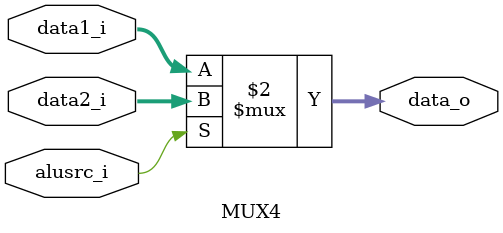
<source format=v>
module MUX4
(
	data1_i,
	data2_i,
	alusrc_i,
	data_o
);

input	[31:0]	data1_i, data2_i;
input			alusrc_i;
output	[31:0]	data_o;

assign data_o = (alusrc_i == 0)? (data1_i):
				data2_i;

endmodule
</source>
